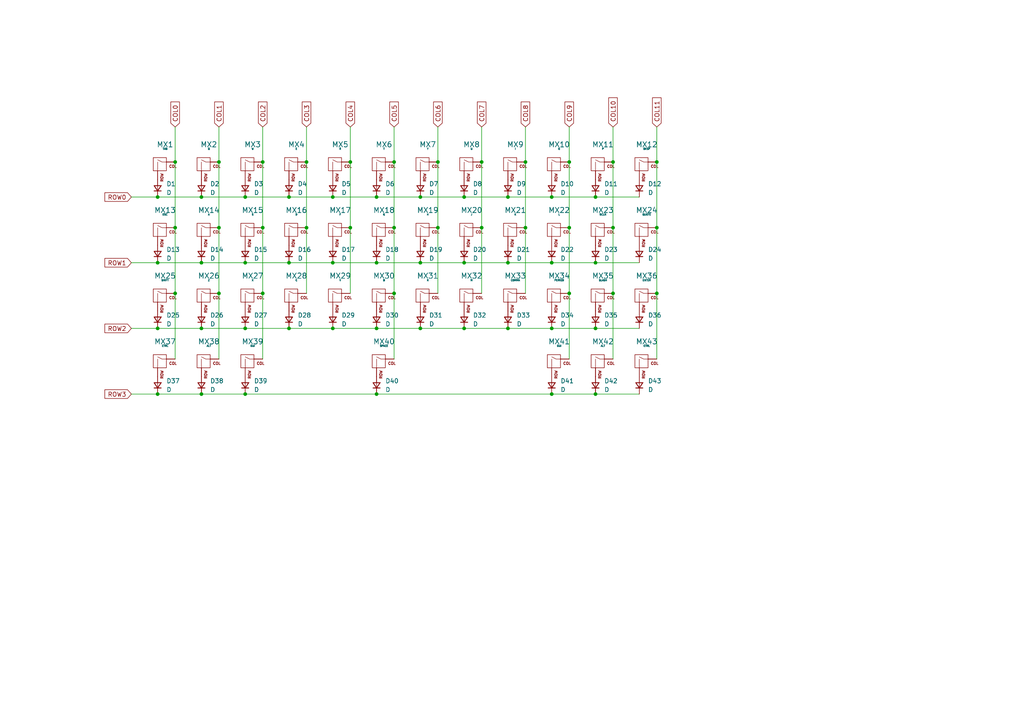
<source format=kicad_sch>
(kicad_sch (version 20211123) (generator eeschema)
  (paper "A4")
  (lib_symbols
    (symbol "Device:D_Small" (pin_numbers hide) (pin_names (offset 0.254) hide)
      (property "Reference" "D" (at -1.27 2.032 0))
      (property "Value" "D_Small" (at -3.81 -2.032 0))
      (symbol "D_Small_0_1"
        (polyline (pts (xy -0.762 -1.016) (xy -0.762 1.016)) (stroke (width 0.254)))
        (polyline (pts (xy -0.762 0) (xy 0.762 0)))
        (polyline (pts (xy 0.762 -1.016) (xy -0.762 0) (xy 0.762 1.016) (xy 0.762 -1.016)) (stroke (width 0.254)))
      )
      (symbol "D_Small_1_1"
        (pin passive line (at -2.54 0 0) (length 1.778) (name "K") (number "1"))
        (pin passive line (at 2.54 0 180) (length 1.778) (name "A") (number "2"))
      )
    )
    (symbol "MX_Alps_Hybrid:MX-NoLED" (pin_names (offset 1.016))
      (property "Reference" "MX" (at -0.635 3.81 0))
      (property "Value" "MX-NoLED" (at -0.635 1.27 0))
      (symbol "MX-NoLED_0_0"
        (rectangle (start -2.54 2.54) (end 1.27 -1.27))
        (polyline (pts (xy -1.27 -1.27) (xy -1.27 1.27)) (stroke (width 0.127)))
        (polyline (pts (xy 1.27 1.27) (xy 0 1.27) (xy -1.27 1.905)) (stroke (width 0.127)))
        (text "COL" (at 3.175 0 0) (effects (font (size 0.762 0.762))))
        (text "ROW" (at 0 -1.905 900) (effects (font (size 0.762 0.762)) (justify right)))
      )
      (symbol "MX-NoLED_1_1"
        (pin passive line (at 3.81 1.27 180) (length 2.54) (name "COL") (number "1"))
        (pin passive line (at -1.27 -3.81 90) (length 2.54) (name "ROW") (number "2"))
      )
    )
  )
  (junction (at 109.22 114.3))
  (junction (at 83.82 76.2))
  (junction (at 71.12 57.15))
  (junction (at 160.02 57.15))
  (junction (at 76.2 46.99))
  (junction (at 45.72 95.25))
  (junction (at 114.3 85.09))
  (junction (at 165.1 66.04))
  (junction (at 101.6 66.04))
  (junction (at 172.72 95.25))
  (junction (at 127 66.04))
  (junction (at 58.42 57.15))
  (junction (at 63.5 46.99))
  (junction (at 88.9 66.04))
  (junction (at 109.22 76.2))
  (junction (at 50.8 46.99))
  (junction (at 134.62 95.25))
  (junction (at 134.62 57.15))
  (junction (at 147.32 95.25))
  (junction (at 63.5 66.04))
  (junction (at 190.5 85.09))
  (junction (at 76.2 66.04))
  (junction (at 63.5 85.09))
  (junction (at 71.12 114.3))
  (junction (at 172.72 114.3))
  (junction (at 152.4 46.99))
  (junction (at 96.52 95.25))
  (junction (at 88.9 46.99))
  (junction (at 160.02 76.2))
  (junction (at 177.8 85.09))
  (junction (at 147.32 76.2))
  (junction (at 50.8 66.04))
  (junction (at 58.42 76.2))
  (junction (at 177.8 46.99))
  (junction (at 160.02 114.3))
  (junction (at 45.72 76.2))
  (junction (at 101.6 46.99))
  (junction (at 134.62 76.2))
  (junction (at 96.52 57.15))
  (junction (at 165.1 85.09))
  (junction (at 109.22 57.15))
  (junction (at 71.12 76.2))
  (junction (at 114.3 66.04))
  (junction (at 96.52 76.2))
  (junction (at 152.4 66.04))
  (junction (at 45.72 57.15))
  (junction (at 58.42 114.3))
  (junction (at 71.12 95.25))
  (junction (at 109.22 95.25))
  (junction (at 50.8 85.09))
  (junction (at 160.02 95.25))
  (junction (at 190.5 46.99))
  (junction (at 165.1 46.99))
  (junction (at 190.5 66.04))
  (junction (at 172.72 57.15))
  (junction (at 147.32 57.15))
  (junction (at 114.3 46.99))
  (junction (at 83.82 95.25))
  (junction (at 76.2 85.09))
  (junction (at 177.8 66.04))
  (junction (at 172.72 76.2))
  (junction (at 139.7 46.99))
  (junction (at 45.72 114.3))
  (junction (at 58.42 95.25))
  (junction (at 121.92 95.25))
  (junction (at 127 46.99))
  (junction (at 83.82 57.15))
  (junction (at 121.92 57.15))
  (junction (at 139.7 66.04))
  (junction (at 121.92 76.2))
  (wire (pts (xy 58.42 95.25) (xy 71.12 95.25)))
  (wire (pts (xy 134.62 95.25) (xy 147.32 95.25)))
  (wire (pts (xy 190.5 66.04) (xy 190.5 85.09)))
  (wire (pts (xy 165.1 85.09) (xy 165.1 104.14)))
  (wire (pts (xy 45.72 57.15) (xy 58.42 57.15)))
  (wire (pts (xy 127 46.99) (xy 127 66.04)))
  (wire (pts (xy 114.3 46.99) (xy 114.3 66.04)))
  (wire (pts (xy 88.9 66.04) (xy 88.9 85.09)))
  (wire (pts (xy 63.5 46.99) (xy 63.5 66.04)))
  (wire (pts (xy 109.22 95.25) (xy 121.92 95.25)))
  (wire (pts (xy 88.9 36.83) (xy 88.9 46.99)))
  (wire (pts (xy 71.12 76.2) (xy 83.82 76.2)))
  (wire (pts (xy 165.1 46.99) (xy 165.1 66.04)))
  (wire (pts (xy 109.22 76.2) (xy 121.92 76.2)))
  (wire (pts (xy 121.92 95.25) (xy 134.62 95.25)))
  (wire (pts (xy 50.8 85.09) (xy 50.8 104.14)))
  (wire (pts (xy 160.02 114.3) (xy 172.72 114.3)))
  (wire (pts (xy 190.5 36.83) (xy 190.5 46.99)))
  (wire (pts (xy 109.22 57.15) (xy 121.92 57.15)))
  (wire (pts (xy 177.8 66.04) (xy 177.8 85.09)))
  (wire (pts (xy 88.9 46.99) (xy 88.9 66.04)))
  (wire (pts (xy 38.1 76.2) (xy 45.72 76.2)))
  (wire (pts (xy 96.52 95.25) (xy 109.22 95.25)))
  (wire (pts (xy 71.12 95.25) (xy 83.82 95.25)))
  (wire (pts (xy 147.32 76.2) (xy 160.02 76.2)))
  (wire (pts (xy 160.02 76.2) (xy 172.72 76.2)))
  (wire (pts (xy 172.72 95.25) (xy 185.42 95.25)))
  (wire (pts (xy 45.72 95.25) (xy 58.42 95.25)))
  (wire (pts (xy 83.82 57.15) (xy 96.52 57.15)))
  (wire (pts (xy 63.5 66.04) (xy 63.5 85.09)))
  (wire (pts (xy 114.3 85.09) (xy 114.3 104.14)))
  (wire (pts (xy 160.02 57.15) (xy 172.72 57.15)))
  (wire (pts (xy 76.2 46.99) (xy 76.2 66.04)))
  (wire (pts (xy 114.3 36.83) (xy 114.3 46.99)))
  (wire (pts (xy 165.1 66.04) (xy 165.1 85.09)))
  (wire (pts (xy 58.42 114.3) (xy 71.12 114.3)))
  (wire (pts (xy 177.8 46.99) (xy 177.8 66.04)))
  (wire (pts (xy 101.6 46.99) (xy 101.6 66.04)))
  (wire (pts (xy 127 66.04) (xy 127 85.09)))
  (wire (pts (xy 45.72 114.3) (xy 58.42 114.3)))
  (wire (pts (xy 50.8 36.83) (xy 50.8 46.99)))
  (wire (pts (xy 152.4 46.99) (xy 152.4 66.04)))
  (wire (pts (xy 190.5 46.99) (xy 190.5 66.04)))
  (wire (pts (xy 83.82 95.25) (xy 96.52 95.25)))
  (wire (pts (xy 190.5 85.09) (xy 190.5 104.14)))
  (wire (pts (xy 76.2 85.09) (xy 76.2 104.14)))
  (wire (pts (xy 114.3 66.04) (xy 114.3 85.09)))
  (wire (pts (xy 96.52 57.15) (xy 109.22 57.15)))
  (wire (pts (xy 172.72 57.15) (xy 185.42 57.15)))
  (wire (pts (xy 63.5 85.09) (xy 63.5 104.14)))
  (wire (pts (xy 139.7 46.99) (xy 139.7 66.04)))
  (wire (pts (xy 147.32 95.25) (xy 160.02 95.25)))
  (wire (pts (xy 45.72 76.2) (xy 58.42 76.2)))
  (wire (pts (xy 139.7 66.04) (xy 139.7 85.09)))
  (wire (pts (xy 177.8 85.09) (xy 177.8 104.14)))
  (wire (pts (xy 152.4 36.83) (xy 152.4 46.99)))
  (wire (pts (xy 38.1 57.15) (xy 45.72 57.15)))
  (wire (pts (xy 50.8 66.04) (xy 50.8 85.09)))
  (wire (pts (xy 50.8 46.99) (xy 50.8 66.04)))
  (wire (pts (xy 165.1 36.83) (xy 165.1 46.99)))
  (wire (pts (xy 127 36.83) (xy 127 46.99)))
  (wire (pts (xy 152.4 66.04) (xy 152.4 85.09)))
  (wire (pts (xy 71.12 57.15) (xy 83.82 57.15)))
  (wire (pts (xy 58.42 57.15) (xy 71.12 57.15)))
  (wire (pts (xy 101.6 66.04) (xy 101.6 85.09)))
  (wire (pts (xy 58.42 76.2) (xy 71.12 76.2)))
  (wire (pts (xy 76.2 66.04) (xy 76.2 85.09)))
  (wire (pts (xy 134.62 76.2) (xy 147.32 76.2)))
  (wire (pts (xy 38.1 114.3) (xy 45.72 114.3)))
  (wire (pts (xy 139.7 36.83) (xy 139.7 46.99)))
  (wire (pts (xy 71.12 114.3) (xy 109.22 114.3)))
  (wire (pts (xy 121.92 57.15) (xy 134.62 57.15)))
  (wire (pts (xy 101.6 36.83) (xy 101.6 46.99)))
  (wire (pts (xy 109.22 114.3) (xy 160.02 114.3)))
  (wire (pts (xy 134.62 57.15) (xy 147.32 57.15)))
  (wire (pts (xy 38.1 95.25) (xy 45.72 95.25)))
  (wire (pts (xy 147.32 57.15) (xy 160.02 57.15)))
  (wire (pts (xy 121.92 76.2) (xy 134.62 76.2)))
  (wire (pts (xy 172.72 114.3) (xy 185.42 114.3)))
  (wire (pts (xy 160.02 95.25) (xy 172.72 95.25)))
  (wire (pts (xy 177.8 36.83) (xy 177.8 46.99)))
  (wire (pts (xy 96.52 76.2) (xy 109.22 76.2)))
  (wire (pts (xy 83.82 76.2) (xy 96.52 76.2)))
  (wire (pts (xy 76.2 36.83) (xy 76.2 46.99)))
  (wire (pts (xy 63.5 36.83) (xy 63.5 46.99)))
  (wire (pts (xy 172.72 76.2) (xy 185.42 76.2)))
  (global_label "COL2" (shape input) (at 76.2 36.83 90) (property "Intersheet References" "${INTERSHEET_REFS}" (effects hide)))
  (global_label "COL7" (shape input) (at 139.7 36.83 90) (property "Intersheet References" "${INTERSHEET_REFS}" (effects hide)))
  (global_label "COL8" (shape input) (at 152.4 36.83 90) (property "Intersheet References" "${INTERSHEET_REFS}" (effects hide)))
  (global_label "COL9" (shape input) (at 165.1 36.83 90) (property "Intersheet References" "${INTERSHEET_REFS}" (effects hide)))
  (global_label "ROW3" (shape input) (at 38.1 114.3 180) (property "Intersheet References" "${INTERSHEET_REFS}" (effects hide)))
  (global_label "COL0" (shape input) (at 50.8 36.83 90) (property "Intersheet References" "${INTERSHEET_REFS}" (effects hide)))
  (global_label "COL1" (shape input) (at 63.5 36.83 90) (property "Intersheet References" "${INTERSHEET_REFS}" (effects hide)))
  (global_label "ROW1" (shape input) (at 38.1 76.2 180) (property "Intersheet References" "${INTERSHEET_REFS}" (effects hide)))
  (global_label "COL6" (shape input) (at 127 36.83 90) (property "Intersheet References" "${INTERSHEET_REFS}" (effects hide)))
  (global_label "COL5" (shape input) (at 114.3 36.83 90) (property "Intersheet References" "${INTERSHEET_REFS}" (effects hide)))
  (global_label "ROW2" (shape input) (at 38.1 95.25 180) (property "Intersheet References" "${INTERSHEET_REFS}" (effects hide)))
  (global_label "COL4" (shape input) (at 101.6 36.83 90) (property "Intersheet References" "${INTERSHEET_REFS}" (effects hide)))
  (global_label "COL10" (shape input) (at 177.8 36.83 90) (property "Intersheet References" "${INTERSHEET_REFS}" (effects hide)))
  (global_label "COL11" (shape input) (at 190.5 36.83 90) (property "Intersheet References" "${INTERSHEET_REFS}" (effects hide)))
  (global_label "ROW0" (shape input) (at 38.1 57.15 180) (property "Intersheet References" "${INTERSHEET_REFS}" (effects hide)))
  (global_label "COL3" (shape input) (at 88.9 36.83 90) (property "Intersheet References" "${INTERSHEET_REFS}" (effects hide)))
  (symbol (lib_id "MX_Alps_Hybrid:MX-NoLED") (at 186.69 48.26 0) (unit 1)
    (property "Reference" "MX12" (at 187.5756 41.91 0) (effects (font (size 1.524 1.524))))
    (property "Value" "BKSP" (at 187.5756 43.18 0) (effects (font (size 0.508 0.508))))
    (property "Footprint" "MX_Only:MXOnly-1U-NoLED" (effects hide))
  )
  (symbol (lib_id "Device:D_Small") (at 83.82 92.71 90) (unit 1)
    (property "Reference" "D28" (at 86.36 91.4399 90) (effects (justify right)))
    (property "Value" "D" (at 86.36 93.9799 90) (effects (justify right)))
    (property "Footprint" "Diode_SMD:D_0805_2012Metric" (effects hide))
  )
  (symbol (lib_id "MX_Alps_Hybrid:MX-NoLED") (at 186.69 86.36 0) (unit 1)
    (property "Reference" "MX36" (at 187.5756 80.01 0) (effects (font (size 1.524 1.524))))
    (property "Value" "ENTER" (at 187.5756 81.28 0) (effects (font (size 0.508 0.508))))
    (property "Footprint" "MX_Only:MXOnly-1U-NoLED" (effects hide))
  )
  (symbol (lib_id "MX_Alps_Hybrid:MX-NoLED") (at 161.29 48.26 0) (unit 1)
    (property "Reference" "MX10" (at 162.1756 41.91 0) (effects (font (size 1.524 1.524))))
    (property "Value" "O" (at 162.1756 43.18 0) (effects (font (size 0.508 0.508))))
    (property "Footprint" "MX_Only:MXOnly-1U-NoLED" (effects hide))
  )
  (symbol (lib_id "MX_Alps_Hybrid:MX-NoLED") (at 59.69 67.31 0) (unit 1)
    (property "Reference" "MX14" (at 60.5756 60.96 0) (effects (font (size 1.524 1.524))))
    (property "Value" "A" (at 60.5756 62.23 0) (effects (font (size 0.508 0.508))))
    (property "Footprint" "MX_Only:MXOnly-1U-NoLED" (effects hide))
  )
  (symbol (lib_id "Device:D_Small") (at 109.22 111.76 90) (unit 1)
    (property "Reference" "D40" (at 111.76 110.4899 90) (effects (justify right)))
    (property "Value" "D" (at 111.76 113.0299 90) (effects (justify right)))
    (property "Footprint" "Diode_SMD:D_0805_2012Metric" (effects hide))
  )
  (symbol (lib_id "Device:D_Small") (at 109.22 73.66 90) (unit 1)
    (property "Reference" "D18" (at 111.76 72.3899 90) (effects (justify right)))
    (property "Value" "D" (at 111.76 74.9299 90) (effects (justify right)))
    (property "Footprint" "Diode_SMD:D_0805_2012Metric" (effects hide))
  )
  (symbol (lib_id "MX_Alps_Hybrid:MX-NoLED") (at 97.79 48.26 0) (unit 1)
    (property "Reference" "MX5" (at 98.6756 41.91 0) (effects (font (size 1.524 1.524))))
    (property "Value" "R" (at 98.6756 43.18 0) (effects (font (size 0.508 0.508))))
    (property "Footprint" "MX_Only:MXOnly-1U-NoLED" (effects hide))
  )
  (symbol (lib_id "MX_Alps_Hybrid:MX-NoLED") (at 85.09 86.36 0) (unit 1)
    (property "Reference" "MX28" (at 85.9756 80.01 0) (effects (font (size 1.524 1.524))))
    (property "Value" "C" (at 85.9756 81.28 0) (effects (font (size 0.508 0.508))))
    (property "Footprint" "MX_Only:MXOnly-1U-NoLED" (effects hide))
  )
  (symbol (lib_id "Device:D_Small") (at 185.42 73.66 90) (unit 1)
    (property "Reference" "D24" (at 187.96 72.3899 90) (effects (justify right)))
    (property "Value" "D" (at 187.96 74.9299 90) (effects (justify right)))
    (property "Footprint" "Diode_SMD:D_0805_2012Metric" (effects hide))
  )
  (symbol (lib_id "Device:D_Small") (at 147.32 54.61 90) (unit 1)
    (property "Reference" "D9" (at 149.86 53.3399 90) (effects (justify right)))
    (property "Value" "D" (at 149.86 55.8799 90) (effects (justify right)))
    (property "Footprint" "Diode_SMD:D_0805_2012Metric" (effects hide))
  )
  (symbol (lib_id "MX_Alps_Hybrid:MX-NoLED") (at 110.49 105.41 0) (unit 1)
    (property "Reference" "MX40" (at 111.3756 99.06 0) (effects (font (size 1.524 1.524))))
    (property "Value" "SPACE" (at 111.3756 100.33 0) (effects (font (size 0.508 0.508))))
    (property "Footprint" "MX_Only:MXOnly-6U-Centered-NoLED" (effects hide))
  )
  (symbol (lib_id "Device:D_Small") (at 172.72 73.66 90) (unit 1)
    (property "Reference" "D23" (at 175.26 72.3899 90) (effects (justify right)))
    (property "Value" "D" (at 175.26 74.9299 90) (effects (justify right)))
    (property "Footprint" "Diode_SMD:D_0805_2012Metric" (effects hide))
  )
  (symbol (lib_id "MX_Alps_Hybrid:MX-NoLED") (at 97.79 67.31 0) (unit 1)
    (property "Reference" "MX17" (at 98.6756 60.96 0) (effects (font (size 1.524 1.524))))
    (property "Value" "F" (at 98.6756 62.23 0) (effects (font (size 0.508 0.508))))
    (property "Footprint" "MX_Only:MXOnly-1U-NoLED" (effects hide))
  )
  (symbol (lib_id "MX_Alps_Hybrid:MX-NoLED") (at 59.69 48.26 0) (unit 1)
    (property "Reference" "MX2" (at 60.5756 41.91 0) (effects (font (size 1.524 1.524))))
    (property "Value" "Q" (at 60.5756 43.18 0) (effects (font (size 0.508 0.508))))
    (property "Footprint" "MX_Only:MXOnly-1U-NoLED" (effects hide))
  )
  (symbol (lib_id "MX_Alps_Hybrid:MX-NoLED") (at 59.69 86.36 0) (unit 1)
    (property "Reference" "MX26" (at 60.5756 80.01 0) (effects (font (size 1.524 1.524))))
    (property "Value" "Z" (at 60.5756 81.28 0) (effects (font (size 0.508 0.508))))
    (property "Footprint" "MX_Only:MXOnly-1U-NoLED" (effects hide))
  )
  (symbol (lib_id "Device:D_Small") (at 58.42 54.61 90) (unit 1)
    (property "Reference" "D2" (at 60.96 53.3399 90) (effects (justify right)))
    (property "Value" "D" (at 60.96 55.8799 90) (effects (justify right)))
    (property "Footprint" "Diode_SMD:D_0805_2012Metric" (effects hide))
  )
  (symbol (lib_id "Device:D_Small") (at 185.42 54.61 90) (unit 1)
    (property "Reference" "D12" (at 187.96 53.3399 90) (effects (justify right)))
    (property "Value" "D" (at 187.96 55.8799 90) (effects (justify right)))
    (property "Footprint" "Diode_SMD:D_0805_2012Metric" (effects hide))
  )
  (symbol (lib_id "Device:D_Small") (at 83.82 54.61 90) (unit 1)
    (property "Reference" "D4" (at 86.36 53.3399 90) (effects (justify right)))
    (property "Value" "D" (at 86.36 55.8799 90) (effects (justify right)))
    (property "Footprint" "Diode_SMD:D_0805_2012Metric" (effects hide))
  )
  (symbol (lib_id "Device:D_Small") (at 160.02 73.66 90) (unit 1)
    (property "Reference" "D22" (at 162.56 72.3899 90) (effects (justify right)))
    (property "Value" "D" (at 162.56 74.9299 90) (effects (justify right)))
    (property "Footprint" "Diode_SMD:D_0805_2012Metric" (effects hide))
  )
  (symbol (lib_id "Device:D_Small") (at 71.12 73.66 90) (unit 1)
    (property "Reference" "D15" (at 73.66 72.3899 90) (effects (justify right)))
    (property "Value" "D" (at 73.66 74.9299 90) (effects (justify right)))
    (property "Footprint" "Diode_SMD:D_0805_2012Metric" (effects hide))
  )
  (symbol (lib_id "MX_Alps_Hybrid:MX-NoLED") (at 123.19 86.36 0) (unit 1)
    (property "Reference" "MX31" (at 124.0756 80.01 0) (effects (font (size 1.524 1.524))))
    (property "Value" "N" (at 124.0756 81.28 0) (effects (font (size 0.508 0.508))))
    (property "Footprint" "MX_Only:MXOnly-1U-NoLED" (effects hide))
  )
  (symbol (lib_id "MX_Alps_Hybrid:MX-NoLED") (at 85.09 67.31 0) (unit 1)
    (property "Reference" "MX16" (at 85.9756 60.96 0) (effects (font (size 1.524 1.524))))
    (property "Value" "D" (at 85.9756 62.23 0) (effects (font (size 0.508 0.508))))
    (property "Footprint" "MX_Only:MXOnly-1U-NoLED" (effects hide))
  )
  (symbol (lib_id "Device:D_Small") (at 96.52 92.71 90) (unit 1)
    (property "Reference" "D29" (at 99.06 91.4399 90) (effects (justify right)))
    (property "Value" "D" (at 99.06 93.9799 90) (effects (justify right)))
    (property "Footprint" "Diode_SMD:D_0805_2012Metric" (effects hide))
  )
  (symbol (lib_id "Device:D_Small") (at 45.72 92.71 90) (unit 1)
    (property "Reference" "D25" (at 48.26 91.4399 90) (effects (justify right)))
    (property "Value" "D" (at 48.26 93.9799 90) (effects (justify right)))
    (property "Footprint" "Diode_SMD:D_0805_2012Metric" (effects hide))
  )
  (symbol (lib_id "Device:D_Small") (at 121.92 73.66 90) (unit 1)
    (property "Reference" "D19" (at 124.46 72.3899 90) (effects (justify right)))
    (property "Value" "D" (at 124.46 74.9299 90) (effects (justify right)))
    (property "Footprint" "Diode_SMD:D_0805_2012Metric" (effects hide))
  )
  (symbol (lib_id "Device:D_Small") (at 96.52 54.61 90) (unit 1)
    (property "Reference" "D5" (at 99.06 53.3399 90) (effects (justify right)))
    (property "Value" "D" (at 99.06 55.8799 90) (effects (justify right)))
    (property "Footprint" "Diode_SMD:D_0805_2012Metric" (effects hide))
  )
  (symbol (lib_id "Device:D_Small") (at 58.42 92.71 90) (unit 1)
    (property "Reference" "D26" (at 60.96 91.4399 90) (effects (justify right)))
    (property "Value" "D" (at 60.96 93.9799 90) (effects (justify right)))
    (property "Footprint" "Diode_SMD:D_0805_2012Metric" (effects hide))
  )
  (symbol (lib_id "MX_Alps_Hybrid:MX-NoLED") (at 85.09 48.26 0) (unit 1)
    (property "Reference" "MX4" (at 85.9756 41.91 0) (effects (font (size 1.524 1.524))))
    (property "Value" "E" (at 85.9756 43.18 0) (effects (font (size 0.508 0.508))))
    (property "Footprint" "MX_Only:MXOnly-1U-NoLED" (effects hide))
  )
  (symbol (lib_id "MX_Alps_Hybrid:MX-NoLED") (at 59.69 105.41 0) (unit 1)
    (property "Reference" "MX38" (at 60.5756 99.06 0) (effects (font (size 1.524 1.524))))
    (property "Value" "ALT" (at 60.5756 100.33 0) (effects (font (size 0.508 0.508))))
    (property "Footprint" "MX_Only:MXOnly-1U-NoLED" (effects hide))
  )
  (symbol (lib_id "MX_Alps_Hybrid:MX-NoLED") (at 72.39 86.36 0) (unit 1)
    (property "Reference" "MX27" (at 73.2756 80.01 0) (effects (font (size 1.524 1.524))))
    (property "Value" "X" (at 73.2756 81.28 0) (effects (font (size 0.508 0.508))))
    (property "Footprint" "MX_Only:MXOnly-1U-NoLED" (effects hide))
  )
  (symbol (lib_id "MX_Alps_Hybrid:MX-NoLED") (at 173.99 86.36 0) (unit 1)
    (property "Reference" "MX35" (at 174.8756 80.01 0) (effects (font (size 1.524 1.524))))
    (property "Value" "SLASH" (at 174.8756 81.28 0) (effects (font (size 0.508 0.508))))
    (property "Footprint" "MX_Only:MXOnly-1U-NoLED" (effects hide))
  )
  (symbol (lib_id "Device:D_Small") (at 147.32 92.71 90) (unit 1)
    (property "Reference" "D33" (at 149.86 91.4399 90) (effects (justify right)))
    (property "Value" "D" (at 149.86 93.9799 90) (effects (justify right)))
    (property "Footprint" "Diode_SMD:D_0805_2012Metric" (effects hide))
  )
  (symbol (lib_id "MX_Alps_Hybrid:MX-NoLED") (at 110.49 86.36 0) (unit 1)
    (property "Reference" "MX30" (at 111.3756 80.01 0) (effects (font (size 1.524 1.524))))
    (property "Value" "B" (at 111.3756 81.28 0) (effects (font (size 0.508 0.508))))
    (property "Footprint" "MX_Only:MXOnly-1U-NoLED" (effects hide))
  )
  (symbol (lib_id "Device:D_Small") (at 96.52 73.66 90) (unit 1)
    (property "Reference" "D17" (at 99.06 72.3899 90) (effects (justify right)))
    (property "Value" "D" (at 99.06 74.9299 90) (effects (justify right)))
    (property "Footprint" "Diode_SMD:D_0805_2012Metric" (effects hide))
  )
  (symbol (lib_id "MX_Alps_Hybrid:MX-NoLED") (at 161.29 105.41 0) (unit 1)
    (property "Reference" "MX41" (at 162.1756 99.06 0) (effects (font (size 1.524 1.524))))
    (property "Value" "GUI" (at 162.1756 100.33 0) (effects (font (size 0.508 0.508))))
    (property "Footprint" "MX_Only:MXOnly-1U-NoLED" (effects hide))
  )
  (symbol (lib_id "Device:D_Small") (at 185.42 92.71 90) (unit 1)
    (property "Reference" "D36" (at 187.96 91.4399 90) (effects (justify right)))
    (property "Value" "D" (at 187.96 93.9799 90) (effects (justify right)))
    (property "Footprint" "Diode_SMD:D_0805_2012Metric" (effects hide))
  )
  (symbol (lib_id "Device:D_Small") (at 58.42 111.76 90) (unit 1)
    (property "Reference" "D38" (at 60.96 110.4899 90) (effects (justify right)))
    (property "Value" "D" (at 60.96 113.0299 90) (effects (justify right)))
    (property "Footprint" "Diode_SMD:D_0805_2012Metric" (effects hide))
  )
  (symbol (lib_id "MX_Alps_Hybrid:MX-NoLED") (at 110.49 48.26 0) (unit 1)
    (property "Reference" "MX6" (at 111.3756 41.91 0) (effects (font (size 1.524 1.524))))
    (property "Value" "T" (at 111.3756 43.18 0) (effects (font (size 0.508 0.508))))
    (property "Footprint" "MX_Only:MXOnly-1U-NoLED" (effects hide))
  )
  (symbol (lib_id "Device:D_Small") (at 58.42 73.66 90) (unit 1)
    (property "Reference" "D14" (at 60.96 72.3899 90) (effects (justify right)))
    (property "Value" "D" (at 60.96 74.9299 90) (effects (justify right)))
    (property "Footprint" "Diode_SMD:D_0805_2012Metric" (effects hide))
  )
  (symbol (lib_id "MX_Alps_Hybrid:MX-NoLED") (at 46.99 105.41 0) (unit 1)
    (property "Reference" "MX37" (at 47.8756 99.06 0) (effects (font (size 1.524 1.524))))
    (property "Value" "CTRL" (at 47.8756 100.33 0) (effects (font (size 0.508 0.508))))
    (property "Footprint" "MX_Only:MXOnly-1U-NoLED" (effects hide))
  )
  (symbol (lib_id "MX_Alps_Hybrid:MX-NoLED") (at 135.89 86.36 0) (unit 1)
    (property "Reference" "MX32" (at 136.7756 80.01 0) (effects (font (size 1.524 1.524))))
    (property "Value" "M" (at 136.7756 81.28 0) (effects (font (size 0.508 0.508))))
    (property "Footprint" "MX_Only:MXOnly-1U-NoLED" (effects hide))
  )
  (symbol (lib_id "MX_Alps_Hybrid:MX-NoLED") (at 173.99 67.31 0) (unit 1)
    (property "Reference" "MX23" (at 174.8756 60.96 0) (effects (font (size 1.524 1.524))))
    (property "Value" "SCLN" (at 174.8756 62.23 0) (effects (font (size 0.508 0.508))))
    (property "Footprint" "MX_Only:MXOnly-1U-NoLED" (effects hide))
  )
  (symbol (lib_id "MX_Alps_Hybrid:MX-NoLED") (at 173.99 48.26 0) (unit 1)
    (property "Reference" "MX11" (at 174.8756 41.91 0) (effects (font (size 1.524 1.524))))
    (property "Value" "P" (at 174.8756 43.18 0) (effects (font (size 0.508 0.508))))
    (property "Footprint" "MX_Only:MXOnly-1U-NoLED" (effects hide))
  )
  (symbol (lib_id "Device:D_Small") (at 121.92 92.71 90) (unit 1)
    (property "Reference" "D31" (at 124.46 91.4399 90) (effects (justify right)))
    (property "Value" "D" (at 124.46 93.9799 90) (effects (justify right)))
    (property "Footprint" "Diode_SMD:D_0805_2012Metric" (effects hide))
  )
  (symbol (lib_id "MX_Alps_Hybrid:MX-NoLED") (at 135.89 48.26 0) (unit 1)
    (property "Reference" "MX8" (at 136.7756 41.91 0) (effects (font (size 1.524 1.524))))
    (property "Value" "U" (at 136.7756 43.18 0) (effects (font (size 0.508 0.508))))
    (property "Footprint" "MX_Only:MXOnly-1U-NoLED" (effects hide))
  )
  (symbol (lib_id "MX_Alps_Hybrid:MX-NoLED") (at 72.39 48.26 0) (unit 1)
    (property "Reference" "MX3" (at 73.2756 41.91 0) (effects (font (size 1.524 1.524))))
    (property "Value" "W" (at 73.2756 43.18 0) (effects (font (size 0.508 0.508))))
    (property "Footprint" "MX_Only:MXOnly-1U-NoLED" (effects hide))
  )
  (symbol (lib_id "Device:D_Small") (at 45.72 111.76 90) (unit 1)
    (property "Reference" "D37" (at 48.26 110.4899 90) (effects (justify right)))
    (property "Value" "D" (at 48.26 113.0299 90) (effects (justify right)))
    (property "Footprint" "Diode_SMD:D_0805_2012Metric" (effects hide))
  )
  (symbol (lib_id "MX_Alps_Hybrid:MX-NoLED") (at 161.29 67.31 0) (unit 1)
    (property "Reference" "MX22" (at 162.1756 60.96 0) (effects (font (size 1.524 1.524))))
    (property "Value" "L" (at 162.1756 62.23 0) (effects (font (size 0.508 0.508))))
    (property "Footprint" "MX_Only:MXOnly-1U-NoLED" (effects hide))
  )
  (symbol (lib_id "MX_Alps_Hybrid:MX-NoLED") (at 186.69 67.31 0) (unit 1)
    (property "Reference" "MX24" (at 187.5756 60.96 0) (effects (font (size 1.524 1.524))))
    (property "Value" "QUOTE" (at 187.5756 62.23 0) (effects (font (size 0.508 0.508))))
    (property "Footprint" "MX_Only:MXOnly-1U-NoLED" (effects hide))
  )
  (symbol (lib_id "MX_Alps_Hybrid:MX-NoLED") (at 123.19 48.26 0) (unit 1)
    (property "Reference" "MX7" (at 124.0756 41.91 0) (effects (font (size 1.524 1.524))))
    (property "Value" "Y" (at 124.0756 43.18 0) (effects (font (size 0.508 0.508))))
    (property "Footprint" "MX_Only:MXOnly-1U-NoLED" (effects hide))
  )
  (symbol (lib_id "Device:D_Small") (at 134.62 54.61 90) (unit 1)
    (property "Reference" "D8" (at 137.16 53.3399 90) (effects (justify right)))
    (property "Value" "D" (at 137.16 55.8799 90) (effects (justify right)))
    (property "Footprint" "Diode_SMD:D_0805_2012Metric" (effects hide))
  )
  (symbol (lib_id "MX_Alps_Hybrid:MX-NoLED") (at 46.99 86.36 0) (unit 1)
    (property "Reference" "MX25" (at 47.8756 80.01 0) (effects (font (size 1.524 1.524))))
    (property "Value" "SHIFT" (at 47.8756 81.28 0) (effects (font (size 0.508 0.508))))
    (property "Footprint" "MX_Only:MXOnly-1U-NoLED" (effects hide))
  )
  (symbol (lib_id "MX_Alps_Hybrid:MX-NoLED") (at 148.59 48.26 0) (unit 1)
    (property "Reference" "MX9" (at 149.4756 41.91 0) (effects (font (size 1.524 1.524))))
    (property "Value" "I" (at 149.4756 43.18 0) (effects (font (size 0.508 0.508))))
    (property "Footprint" "MX_Only:MXOnly-1U-NoLED" (effects hide))
  )
  (symbol (lib_id "Device:D_Small") (at 185.42 111.76 90) (unit 1)
    (property "Reference" "D43" (at 187.96 110.4899 90) (effects (justify right)))
    (property "Value" "D" (at 187.96 113.0299 90) (effects (justify right)))
    (property "Footprint" "Diode_SMD:D_0805_2012Metric" (effects hide))
  )
  (symbol (lib_id "MX_Alps_Hybrid:MX-NoLED") (at 148.59 86.36 0) (unit 1)
    (property "Reference" "MX33" (at 149.4756 80.01 0) (effects (font (size 1.524 1.524))))
    (property "Value" "COMMA" (at 149.4756 81.28 0) (effects (font (size 0.508 0.508))))
    (property "Footprint" "MX_Only:MXOnly-1U-NoLED" (effects hide))
  )
  (symbol (lib_id "Device:D_Small") (at 45.72 54.61 90) (unit 1)
    (property "Reference" "D1" (at 48.26 53.3399 90) (effects (justify right)))
    (property "Value" "D" (at 48.26 55.8799 90) (effects (justify right)))
    (property "Footprint" "Diode_SMD:D_0805_2012Metric" (effects hide))
  )
  (symbol (lib_id "MX_Alps_Hybrid:MX-NoLED") (at 186.69 105.41 0) (unit 1)
    (property "Reference" "MX43" (at 187.5756 99.06 0) (effects (font (size 1.524 1.524))))
    (property "Value" "CTRL" (at 187.5756 100.33 0) (effects (font (size 0.508 0.508))))
    (property "Footprint" "MX_Only:MXOnly-1U-NoLED" (effects hide))
  )
  (symbol (lib_id "MX_Alps_Hybrid:MX-NoLED") (at 110.49 67.31 0) (unit 1)
    (property "Reference" "MX18" (at 111.3756 60.96 0) (effects (font (size 1.524 1.524))))
    (property "Value" "G" (at 111.3756 62.23 0) (effects (font (size 0.508 0.508))))
    (property "Footprint" "MX_Only:MXOnly-1U-NoLED" (effects hide))
  )
  (symbol (lib_id "Device:D_Small") (at 160.02 54.61 90) (unit 1)
    (property "Reference" "D10" (at 162.56 53.3399 90) (effects (justify right)))
    (property "Value" "D" (at 162.56 55.8799 90) (effects (justify right)))
    (property "Footprint" "Diode_SMD:D_0805_2012Metric" (effects hide))
  )
  (symbol (lib_id "Device:D_Small") (at 147.32 73.66 90) (unit 1)
    (property "Reference" "D21" (at 149.86 72.3899 90) (effects (justify right)))
    (property "Value" "D" (at 149.86 74.9299 90) (effects (justify right)))
    (property "Footprint" "Diode_SMD:D_0805_2012Metric" (effects hide))
  )
  (symbol (lib_id "Device:D_Small") (at 71.12 111.76 90) (unit 1)
    (property "Reference" "D39" (at 73.66 110.4899 90) (effects (justify right)))
    (property "Value" "D" (at 73.66 113.0299 90) (effects (justify right)))
    (property "Footprint" "Diode_SMD:D_0805_2012Metric" (effects hide))
  )
  (symbol (lib_id "Device:D_Small") (at 172.72 54.61 90) (unit 1)
    (property "Reference" "D11" (at 175.26 53.3399 90) (effects (justify right)))
    (property "Value" "D" (at 175.26 55.8799 90) (effects (justify right)))
    (property "Footprint" "Diode_SMD:D_0805_2012Metric" (effects hide))
  )
  (symbol (lib_id "Device:D_Small") (at 121.92 54.61 90) (unit 1)
    (property "Reference" "D7" (at 124.46 53.3399 90) (effects (justify right)))
    (property "Value" "D" (at 124.46 55.8799 90) (effects (justify right)))
    (property "Footprint" "Diode_SMD:D_0805_2012Metric" (effects hide))
  )
  (symbol (lib_id "MX_Alps_Hybrid:MX-NoLED") (at 173.99 105.41 0) (unit 1)
    (property "Reference" "MX42" (at 174.8756 99.06 0) (effects (font (size 1.524 1.524))))
    (property "Value" "ALT" (at 174.8756 100.33 0) (effects (font (size 0.508 0.508))))
    (property "Footprint" "MX_Only:MXOnly-1U-NoLED" (effects hide))
  )
  (symbol (lib_id "Device:D_Small") (at 172.72 92.71 90) (unit 1)
    (property "Reference" "D35" (at 175.26 91.4399 90) (effects (justify right)))
    (property "Value" "D" (at 175.26 93.9799 90) (effects (justify right)))
    (property "Footprint" "Diode_SMD:D_0805_2012Metric" (effects hide))
  )
  (symbol (lib_id "Device:D_Small") (at 172.72 111.76 90) (unit 1)
    (property "Reference" "D42" (at 175.26 110.4899 90) (effects (justify right)))
    (property "Value" "D" (at 175.26 113.0299 90) (effects (justify right)))
    (property "Footprint" "Diode_SMD:D_0805_2012Metric" (effects hide))
  )
  (symbol (lib_id "MX_Alps_Hybrid:MX-NoLED") (at 148.59 67.31 0) (unit 1)
    (property "Reference" "MX21" (at 149.4756 60.96 0) (effects (font (size 1.524 1.524))))
    (property "Value" "K" (at 149.4756 62.23 0) (effects (font (size 0.508 0.508))))
    (property "Footprint" "MX_Only:MXOnly-1U-NoLED" (effects hide))
  )
  (symbol (lib_id "MX_Alps_Hybrid:MX-NoLED") (at 46.99 67.31 0) (unit 1)
    (property "Reference" "MX13" (at 47.8756 60.96 0) (effects (font (size 1.524 1.524))))
    (property "Value" "ESC" (at 47.8756 62.23 0) (effects (font (size 0.508 0.508))))
    (property "Footprint" "MX_Only:MXOnly-1U-NoLED" (effects hide))
  )
  (symbol (lib_id "Device:D_Small") (at 71.12 54.61 90) (unit 1)
    (property "Reference" "D3" (at 73.66 53.3399 90) (effects (justify right)))
    (property "Value" "D" (at 73.66 55.8799 90) (effects (justify right)))
    (property "Footprint" "Diode_SMD:D_0805_2012Metric" (effects hide))
  )
  (symbol (lib_id "Device:D_Small") (at 83.82 73.66 90) (unit 1)
    (property "Reference" "D16" (at 86.36 72.3899 90) (effects (justify right)))
    (property "Value" "D" (at 86.36 74.9299 90) (effects (justify right)))
    (property "Footprint" "Diode_SMD:D_0805_2012Metric" (effects hide))
  )
  (symbol (lib_id "Device:D_Small") (at 71.12 92.71 90) (unit 1)
    (property "Reference" "D27" (at 73.66 91.4399 90) (effects (justify right)))
    (property "Value" "D" (at 73.66 93.9799 90) (effects (justify right)))
    (property "Footprint" "Diode_SMD:D_0805_2012Metric" (effects hide))
  )
  (symbol (lib_id "Device:D_Small") (at 160.02 92.71 90) (unit 1)
    (property "Reference" "D34" (at 162.56 91.4399 90) (effects (justify right)))
    (property "Value" "D" (at 162.56 93.9799 90) (effects (justify right)))
    (property "Footprint" "Diode_SMD:D_0805_2012Metric" (effects hide))
  )
  (symbol (lib_id "MX_Alps_Hybrid:MX-NoLED") (at 135.89 67.31 0) (unit 1)
    (property "Reference" "MX20" (at 136.7756 60.96 0) (effects (font (size 1.524 1.524))))
    (property "Value" "J" (at 136.7756 62.23 0) (effects (font (size 0.508 0.508))))
    (property "Footprint" "MX_Only:MXOnly-1U-NoLED" (effects hide))
  )
  (symbol (lib_id "Device:D_Small") (at 109.22 92.71 90) (unit 1)
    (property "Reference" "D30" (at 111.76 91.4399 90) (effects (justify right)))
    (property "Value" "D" (at 111.76 93.9799 90) (effects (justify right)))
    (property "Footprint" "Diode_SMD:D_0805_2012Metric" (effects hide))
  )
  (symbol (lib_id "MX_Alps_Hybrid:MX-NoLED") (at 161.29 86.36 0) (unit 1)
    (property "Reference" "MX34" (at 162.1756 80.01 0) (effects (font (size 1.524 1.524))))
    (property "Value" "PERIOD" (at 162.1756 81.28 0) (effects (font (size 0.508 0.508))))
    (property "Footprint" "MX_Only:MXOnly-1U-NoLED" (effects hide))
  )
  (symbol (lib_id "Device:D_Small") (at 134.62 73.66 90) (unit 1)
    (property "Reference" "D20" (at 137.16 72.3899 90) (effects (justify right)))
    (property "Value" "D" (at 137.16 74.9299 90) (effects (justify right)))
    (property "Footprint" "Diode_SMD:D_0805_2012Metric" (effects hide))
  )
  (symbol (lib_id "MX_Alps_Hybrid:MX-NoLED") (at 123.19 67.31 0) (unit 1)
    (property "Reference" "MX19" (at 124.0756 60.96 0) (effects (font (size 1.524 1.524))))
    (property "Value" "H" (at 124.0756 62.23 0) (effects (font (size 0.508 0.508))))
    (property "Footprint" "MX_Only:MXOnly-1U-NoLED" (effects hide))
  )
  (symbol (lib_id "Device:D_Small") (at 160.02 111.76 90) (unit 1)
    (property "Reference" "D41" (at 162.56 110.4899 90) (effects (justify right)))
    (property "Value" "D" (at 162.56 113.0299 90) (effects (justify right)))
    (property "Footprint" "Diode_SMD:D_0805_2012Metric" (effects hide))
  )
  (symbol (lib_id "MX_Alps_Hybrid:MX-NoLED") (at 72.39 67.31 0) (unit 1)
    (property "Reference" "MX15" (at 73.2756 60.96 0) (effects (font (size 1.524 1.524))))
    (property "Value" "S" (at 73.2756 62.23 0) (effects (font (size 0.508 0.508))))
    (property "Footprint" "MX_Only:MXOnly-1U-NoLED" (effects hide))
  )
  (symbol (lib_id "Device:D_Small") (at 45.72 73.66 90) (unit 1)
    (property "Reference" "D13" (at 48.26 72.3899 90) (effects (justify right)))
    (property "Value" "D" (at 48.26 74.9299 90) (effects (justify right)))
    (property "Footprint" "Diode_SMD:D_0805_2012Metric" (effects hide))
  )
  (symbol (lib_id "MX_Alps_Hybrid:MX-NoLED") (at 46.99 48.26 0) (unit 1)
    (property "Reference" "MX1" (at 47.8756 41.91 0) (effects (font (size 1.524 1.524))))
    (property "Value" "TAB" (at 47.8756 43.18 0) (effects (font (size 0.508 0.508))))
    (property "Footprint" "MX_Only:MXOnly-1U-NoLED" (effects hide))
  )
  (symbol (lib_id "Device:D_Small") (at 134.62 92.71 90) (unit 1)
    (property "Reference" "D32" (at 137.16 91.4399 90) (effects (justify right)))
    (property "Value" "D" (at 137.16 93.9799 90) (effects (justify right)))
    (property "Footprint" "Diode_SMD:D_0805_2012Metric" (effects hide))
  )
  (symbol (lib_id "Device:D_Small") (at 109.22 54.61 90) (unit 1)
    (property "Reference" "D6" (at 111.76 53.3399 90) (effects (justify right)))
    (property "Value" "D" (at 111.76 55.8799 90) (effects (justify right)))
    (property "Footprint" "Diode_SMD:D_0805_2012Metric" (effects hide))
  )
  (symbol (lib_id "MX_Alps_Hybrid:MX-NoLED") (at 72.39 105.41 0) (unit 1)
    (property "Reference" "MX39" (at 73.2756 99.06 0) (effects (font (size 1.524 1.524))))
    (property "Value" "GUI" (at 73.2756 100.33 0) (effects (font (size 0.508 0.508))))
    (property "Footprint" "MX_Only:MXOnly-1U-NoLED" (effects hide))
  )
  (symbol (lib_id "MX_Alps_Hybrid:MX-NoLED") (at 97.79 86.36 0) (unit 1)
    (property "Reference" "MX29" (at 98.6756 80.01 0) (effects (font (size 1.524 1.524))))
    (property "Value" "V" (at 98.6756 81.28 0) (effects (font (size 0.508 0.508))))
    (property "Footprint" "MX_Only:MXOnly-1U-NoLED" (effects hide))
  )
)
</source>
